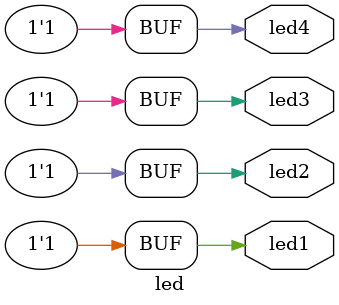
<source format=v>

module led (
    output    wire             led1, //led0灯
    output    wire             led2, //led1灯
    output    wire             led3, //led2灯
    output    wire             led4 //led3灯
);

assign led1     =              1'b1; //led0灯常亮
assign led2     =              1'b1; //led1灯常灭
assign led3     =              1'b1; //led2灯常亮
assign led4     =              1'b1; //led3灯常灭
    
endmodule
</source>
